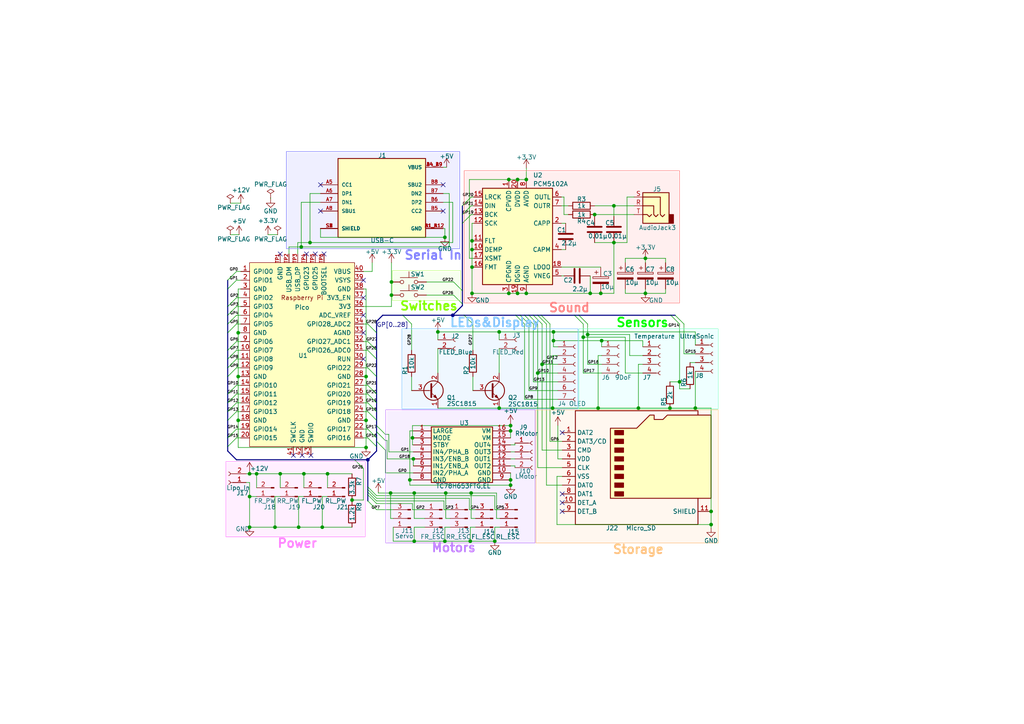
<source format=kicad_sch>
(kicad_sch (version 20230121) (generator eeschema)
  (paper "A4")
  (junction (at 173.482 118.364))
  (junction (at 74.422 137.414))
  (junction (at 206.248 148.336))
  (junction (at 155.956 108.204))
  (junction (at 187.198 85.09))
  (junction (at 86.614 152.908))
  (junction (at 152.654 85.09))
  (junction (at 160.528 98.806))
  (junction (at 120.142 156.972))
  (junction (at 136.906 69.85))
  (junction (at 118.872 139.192))
  (junction (at 171.196 85.09))
  (junction (at 144.78 96.266))
  (junction (at 194.31 118.364))
  (junction (at 178.054 59.69))
  (junction (at 150.114 85.09))
  (junction (at 131.318 91.44))
  (junction (at 106.172 129.794))
  (junction (at 150.114 52.07))
  (junction (at 69.088 96.52))
  (junction (at 172.466 62.23))
  (junction (at 106.172 109.22))
  (junction (at 174.244 85.09))
  (junction (at 102.108 145.034))
  (junction (at 185.166 118.364))
  (junction (at 169.164 97.79))
  (junction (at 69.088 121.92))
  (junction (at 113.538 81.788))
  (junction (at 136.652 143.002))
  (junction (at 81.28 137.414))
  (junction (at 136.906 85.09))
  (junction (at 129.286 143.002))
  (junction (at 197.104 110.744))
  (junction (at 178.054 70.358))
  (junction (at 148.082 124.968))
  (junction (at 79.756 152.908))
  (junction (at 94.996 137.414))
  (junction (at 129.032 68.834))
  (junction (at 136.906 72.39))
  (junction (at 69.088 109.22))
  (junction (at 136.906 77.47))
  (junction (at 174.498 98.806))
  (junction (at 136.398 156.972))
  (junction (at 120.142 143.002))
  (junction (at 201.676 118.364))
  (junction (at 129.032 156.972))
  (junction (at 93.472 152.908))
  (junction (at 148.082 123.444))
  (junction (at 113.538 85.598))
  (junction (at 87.376 71.628))
  (junction (at 170.434 97.028))
  (junction (at 148.082 139.192))
  (junction (at 106.172 121.92))
  (junction (at 160.274 118.364))
  (junction (at 119.888 133.096))
  (junction (at 72.39 152.908))
  (junction (at 144.78 118.364))
  (junction (at 113.284 143.002))
  (junction (at 89.916 70.358))
  (junction (at 147.574 52.07))
  (junction (at 187.198 74.93))
  (junction (at 72.39 137.414))
  (junction (at 143.51 156.972))
  (junction (at 106.68 133.35))
  (junction (at 206.248 152.146))
  (junction (at 119.634 127))
  (junction (at 127 96.266))
  (junction (at 157.226 105.664))
  (junction (at 147.574 85.09))
  (junction (at 88.138 137.414))
  (junction (at 160.528 96.266))
  (junction (at 148.082 140.716))
  (junction (at 72.39 144.018))
  (junction (at 152.654 52.07))
  (no_connect (at 88.9 73.66))
  (no_connect (at 163.068 125.476))
  (no_connect (at 92.964 53.594))
  (no_connect (at 105.41 96.52))
  (no_connect (at 93.98 73.66))
  (no_connect (at 105.41 81.28))
  (no_connect (at 81.28 73.66))
  (no_connect (at 128.524 61.214))
  (no_connect (at 163.068 143.256))
  (no_connect (at 87.63 132.08))
  (no_connect (at 90.17 132.08))
  (no_connect (at 92.964 61.214))
  (no_connect (at 128.524 53.594))
  (no_connect (at 91.44 73.66))
  (no_connect (at 163.068 145.796))
  (no_connect (at 85.09 132.08))
  (no_connect (at 163.068 148.336))
  (no_connect (at 105.41 104.14))
  (no_connect (at 105.41 91.44))
  (no_connect (at 105.41 86.36))
  (bus_entry (at 66.04 91.44) (size 2.54 -2.54))
  (bus_entry (at 102.87 133.35) (size 2.54 2.54))
  (bus_entry (at 134.112 64.77) (size 2.54 -2.54))
  (bus_entry (at 109.22 123.444) (size 2.54 2.54))
  (bus_entry (at 66.04 93.98) (size 2.54 -2.54))
  (bus_entry (at 109.22 127) (size -2.54 -2.54))
  (bus_entry (at 153.416 91.44) (size 2.54 2.54))
  (bus_entry (at 134.112 84.328) (size -2.54 -2.54))
  (bus_entry (at 195.834 91.44) (size 2.54 2.54))
  (bus_entry (at 150.876 91.44) (size 2.54 2.54))
  (bus_entry (at 134.112 62.23) (size 2.54 -2.54))
  (bus_entry (at 66.04 114.3) (size 2.54 -2.54))
  (bus_entry (at 109.22 116.84) (size -2.54 -2.54))
  (bus_entry (at 167.894 91.44) (size 2.54 2.54))
  (bus_entry (at 134.112 59.69) (size 2.54 -2.54))
  (bus_entry (at 109.22 125.222) (size 2.54 2.54))
  (bus_entry (at 66.04 127) (size 2.54 -2.54))
  (bus_entry (at 66.04 88.9) (size 2.54 -2.54))
  (bus_entry (at 155.956 91.44) (size 2.54 2.54))
  (bus_entry (at 109.22 101.6) (size -2.54 -2.54))
  (bus_entry (at 109.22 109.22) (size -2.54 -2.54))
  (bus_entry (at 106.68 141.986) (size 2.54 2.54))
  (bus_entry (at 106.68 142.748) (size 2.54 2.54))
  (bus_entry (at 66.04 106.68) (size 2.54 -2.54))
  (bus_entry (at 66.04 116.84) (size 2.54 -2.54))
  (bus_entry (at 66.04 121.92) (size 2.54 -2.54))
  (bus_entry (at 66.04 83.82) (size 2.54 -2.54))
  (bus_entry (at 109.22 128.016) (size 2.54 2.54))
  (bus_entry (at 152.146 91.44) (size 2.54 2.54))
  (bus_entry (at 149.606 91.44) (size 2.54 2.54))
  (bus_entry (at 109.22 121.92) (size -2.54 -2.54))
  (bus_entry (at 109.22 119.38) (size -2.54 -2.54))
  (bus_entry (at 66.04 104.14) (size 2.54 -2.54))
  (bus_entry (at 166.624 91.44) (size 2.54 2.54))
  (bus_entry (at 134.62 91.44) (size 2.54 2.54))
  (bus_entry (at 116.84 91.44) (size 2.54 2.54))
  (bus_entry (at 66.04 129.54) (size 2.54 -2.54))
  (bus_entry (at 106.68 145.288) (size 2.54 2.54))
  (bus_entry (at 194.564 91.44) (size 2.54 2.54))
  (bus_entry (at 66.04 119.38) (size 2.54 -2.54))
  (bus_entry (at 156.972 91.44) (size 2.54 2.54))
  (bus_entry (at 66.04 101.6) (size 2.54 -2.54))
  (bus_entry (at 66.04 96.52) (size 2.54 -2.54))
  (bus_entry (at 134.112 88.138) (size -2.54 -2.54))
  (bus_entry (at 106.68 143.51) (size 2.54 2.54))
  (bus_entry (at 66.04 81.28) (size 2.54 -2.54))
  (bus_entry (at 109.22 129.54) (size -2.54 -2.54))
  (bus_entry (at 109.22 96.52) (size -2.54 -2.54))
  (bus_entry (at 106.68 141.224) (size 2.54 2.54))
  (bus_entry (at 154.686 91.44) (size 2.54 2.54))
  (bus_entry (at 109.22 104.14) (size -2.54 -2.54))
  (bus_entry (at 109.22 114.3) (size -2.54 -2.54))
  (bus_entry (at 66.04 109.22) (size 2.54 -2.54))
  (wire (pts (xy 136.398 156.972) (xy 136.398 152.908)))
  (bus (pts (xy 166.624 91.44) (xy 167.894 91.44)))
  (wire (pts (xy 68.58 104.14) (xy 69.85 104.14)))
  (wire (pts (xy 136.652 143.002) (xy 136.652 150.368)))
  (wire (pts (xy 171.196 85.09) (xy 174.244 85.09)))
  (wire (pts (xy 112.776 131.064) (xy 119.888 131.064)))
  (wire (pts (xy 102.108 152.908) (xy 93.472 152.908)))
  (wire (pts (xy 157.226 130.556) (xy 163.068 130.556)))
  (wire (pts (xy 71.374 139.954) (xy 72.39 139.954)))
  (wire (pts (xy 143.51 143.764) (xy 143.51 147.828)))
  (wire (pts (xy 136.906 64.77) (xy 136.906 69.85)))
  (bus (pts (xy 66.04 116.84) (xy 66.04 119.38)))
  (wire (pts (xy 173.482 118.364) (xy 185.166 118.364)))
  (wire (pts (xy 144.78 96.266) (xy 160.528 96.266)))
  (wire (pts (xy 69.088 129.794) (xy 106.172 129.794)))
  (wire (pts (xy 119.38 109.22) (xy 119.38 113.284)))
  (wire (pts (xy 93.472 152.908) (xy 86.614 152.908)))
  (wire (pts (xy 193.04 76.2) (xy 193.04 74.93)))
  (wire (pts (xy 181.356 85.09) (xy 187.198 85.09)))
  (wire (pts (xy 160.528 96.266) (xy 201.676 96.266)))
  (wire (pts (xy 69.088 121.92) (xy 69.088 129.794)))
  (bus (pts (xy 66.04 109.22) (xy 66.04 114.3)))
  (wire (pts (xy 136.652 150.368) (xy 137.922 150.368)))
  (wire (pts (xy 159.512 93.98) (xy 159.512 128.016)))
  (wire (pts (xy 118.872 139.192) (xy 119.888 139.192)))
  (wire (pts (xy 113.538 81.788) (xy 113.538 85.598)))
  (wire (pts (xy 119.888 129.032) (xy 119.634 129.032)))
  (wire (pts (xy 181.356 83.82) (xy 181.356 85.09)))
  (wire (pts (xy 68.58 116.84) (xy 69.85 116.84)))
  (wire (pts (xy 136.652 57.15) (xy 137.414 57.15)))
  (wire (pts (xy 154.686 93.98) (xy 154.686 110.744)))
  (wire (pts (xy 129.286 143.002) (xy 129.286 150.368)))
  (wire (pts (xy 105.41 124.46) (xy 106.68 124.46)))
  (wire (pts (xy 148.082 139.192) (xy 148.082 140.716)))
  (bus (pts (xy 66.04 114.3) (xy 66.04 116.84)))
  (wire (pts (xy 144.78 98.552) (xy 144.78 96.266)))
  (wire (pts (xy 128.524 58.674) (xy 131.318 58.674)))
  (bus (pts (xy 110.998 91.44) (xy 116.84 91.44)))
  (wire (pts (xy 72.39 144.018) (xy 72.39 152.908)))
  (bus (pts (xy 66.04 106.68) (xy 66.04 109.22)))
  (wire (pts (xy 181.356 76.2) (xy 181.356 74.93)))
  (wire (pts (xy 187.198 74.93) (xy 187.198 76.2)))
  (wire (pts (xy 152.654 85.09) (xy 171.196 85.09)))
  (bus (pts (xy 109.22 101.6) (xy 109.22 104.14)))
  (wire (pts (xy 173.482 103.124) (xy 174.498 103.124)))
  (bus (pts (xy 109.22 96.52) (xy 109.22 101.6)))
  (wire (pts (xy 160.528 100.584) (xy 160.528 98.806)))
  (wire (pts (xy 201.676 107.696) (xy 201.676 118.364)))
  (wire (pts (xy 106.172 109.22) (xy 106.172 83.82)))
  (wire (pts (xy 79.756 144.018) (xy 79.756 152.908)))
  (wire (pts (xy 174.244 85.09) (xy 178.054 85.09)))
  (wire (pts (xy 181.356 97.79) (xy 181.356 108.204)))
  (wire (pts (xy 143.51 152.908) (xy 145.034 152.908)))
  (wire (pts (xy 169.164 97.79) (xy 181.356 97.79)))
  (wire (pts (xy 161.544 152.146) (xy 206.248 152.146)))
  (wire (pts (xy 197.104 112.776) (xy 200.152 112.776)))
  (wire (pts (xy 185.166 105.664) (xy 186.436 105.664)))
  (wire (pts (xy 69.088 109.22) (xy 69.088 121.92)))
  (wire (pts (xy 178.054 59.69) (xy 178.054 62.738)))
  (bus (pts (xy 66.04 129.54) (xy 66.04 130.81)))
  (wire (pts (xy 93.472 144.018) (xy 93.472 152.908)))
  (bus (pts (xy 155.956 91.44) (xy 156.972 91.44)))
  (wire (pts (xy 169.164 93.98) (xy 169.164 97.79)))
  (wire (pts (xy 109.22 145.288) (xy 128.778 145.288)))
  (wire (pts (xy 123.19 152.908) (xy 120.142 152.908)))
  (wire (pts (xy 119.888 127) (xy 119.634 127)))
  (wire (pts (xy 119.38 93.98) (xy 119.38 101.6)))
  (bus (pts (xy 109.22 130.81) (xy 109.22 129.54)))
  (wire (pts (xy 130.302 56.134) (xy 130.302 71.628)))
  (wire (pts (xy 68.58 114.3) (xy 69.85 114.3)))
  (wire (pts (xy 68.58 86.36) (xy 69.85 86.36)))
  (wire (pts (xy 74.422 141.478) (xy 74.422 137.414)))
  (wire (pts (xy 79.756 144.018) (xy 81.28 144.018)))
  (wire (pts (xy 86.614 144.018) (xy 86.614 152.908)))
  (wire (pts (xy 69.088 96.52) (xy 69.85 96.52)))
  (wire (pts (xy 128.778 147.828) (xy 130.556 147.828)))
  (wire (pts (xy 105.41 119.38) (xy 106.68 119.38)))
  (wire (pts (xy 185.166 118.364) (xy 194.31 118.364)))
  (wire (pts (xy 206.248 118.364) (xy 206.248 148.336)))
  (bus (pts (xy 167.894 91.44) (xy 194.564 91.44)))
  (wire (pts (xy 113.284 150.368) (xy 114.046 150.368)))
  (wire (pts (xy 136.144 147.828) (xy 137.922 147.828)))
  (bus (pts (xy 154.686 91.44) (xy 155.956 91.44)))
  (wire (pts (xy 160.274 103.124) (xy 161.798 103.124)))
  (wire (pts (xy 123.698 85.598) (xy 131.572 85.598)))
  (bus (pts (xy 102.87 133.35) (xy 106.68 133.35)))
  (wire (pts (xy 206.248 148.336) (xy 206.248 152.146)))
  (wire (pts (xy 129.286 143.002) (xy 136.652 143.002)))
  (wire (pts (xy 127 101.092) (xy 127 108.204)))
  (wire (pts (xy 102.108 145.034) (xy 102.108 145.288)))
  (bus (pts (xy 109.22 119.38) (xy 109.22 121.92)))
  (bus (pts (xy 66.04 88.9) (xy 66.04 91.44)))
  (wire (pts (xy 131.318 70.358) (xy 89.916 70.358)))
  (bus (pts (xy 109.22 93.218) (xy 110.998 91.44)))
  (wire (pts (xy 129.032 152.908) (xy 130.556 152.908)))
  (wire (pts (xy 170.434 93.98) (xy 170.434 97.028)))
  (wire (pts (xy 187.198 74.93) (xy 193.04 74.93)))
  (wire (pts (xy 106.172 83.82) (xy 105.41 83.82)))
  (wire (pts (xy 194.31 118.364) (xy 201.676 118.364)))
  (bus (pts (xy 66.04 93.98) (xy 66.04 96.52)))
  (wire (pts (xy 136.652 59.69) (xy 137.414 59.69)))
  (bus (pts (xy 106.68 133.35) (xy 109.22 130.81)))
  (wire (pts (xy 112.776 125.984) (xy 112.776 131.064)))
  (bus (pts (xy 153.416 91.44) (xy 154.686 91.44)))
  (bus (pts (xy 66.04 96.52) (xy 66.04 101.6)))
  (wire (pts (xy 120.142 143.002) (xy 129.286 143.002)))
  (wire (pts (xy 127 96.266) (xy 127 98.552)))
  (wire (pts (xy 160.528 100.584) (xy 161.798 100.584)))
  (wire (pts (xy 105.41 111.76) (xy 106.68 111.76)))
  (bus (pts (xy 106.68 141.986) (xy 106.68 142.748)))
  (wire (pts (xy 68.58 127) (xy 69.85 127)))
  (bus (pts (xy 68.58 133.35) (xy 102.87 133.35)))
  (wire (pts (xy 127 118.364) (xy 144.78 118.364)))
  (wire (pts (xy 153.416 113.284) (xy 161.798 113.284)))
  (wire (pts (xy 136.906 64.77) (xy 137.414 64.77)))
  (wire (pts (xy 155.956 93.98) (xy 155.956 108.204)))
  (wire (pts (xy 105.41 78.74) (xy 107.95 78.74)))
  (wire (pts (xy 128.524 56.134) (xy 130.302 56.134)))
  (wire (pts (xy 144.78 96.266) (xy 127 96.266)))
  (bus (pts (xy 109.22 109.22) (xy 109.22 104.14)))
  (wire (pts (xy 170.434 105.664) (xy 174.498 105.664)))
  (bus (pts (xy 66.04 119.38) (xy 66.04 121.92)))
  (wire (pts (xy 163.576 62.23) (xy 164.846 62.23)))
  (wire (pts (xy 69.088 109.22) (xy 69.85 109.22)))
  (bus (pts (xy 106.68 142.748) (xy 106.68 143.51)))
  (bus (pts (xy 109.22 123.444) (xy 109.22 125.222)))
  (wire (pts (xy 198.374 93.98) (xy 198.374 102.616)))
  (wire (pts (xy 136.906 77.47) (xy 137.414 77.47)))
  (bus (pts (xy 109.22 128.016) (xy 109.22 129.54)))
  (wire (pts (xy 119.634 123.444) (xy 119.634 127)))
  (wire (pts (xy 118.872 124.968) (xy 118.872 139.192)))
  (wire (pts (xy 68.58 93.98) (xy 69.85 93.98)))
  (wire (pts (xy 102.108 145.034) (xy 105.41 145.034)))
  (wire (pts (xy 118.872 124.968) (xy 119.888 124.968)))
  (wire (pts (xy 161.544 138.176) (xy 161.544 152.146)))
  (bus (pts (xy 106.68 143.51) (xy 106.68 145.288)))
  (wire (pts (xy 109.22 146.05) (xy 119.634 146.05)))
  (wire (pts (xy 148.082 137.16) (xy 148.082 139.192)))
  (wire (pts (xy 181.356 74.93) (xy 187.198 74.93)))
  (wire (pts (xy 129.032 66.294) (xy 129.032 68.834)))
  (wire (pts (xy 92.964 66.294) (xy 92.964 68.834)))
  (bus (pts (xy 150.876 91.44) (xy 152.146 91.44)))
  (wire (pts (xy 171.196 85.09) (xy 171.196 80.01)))
  (wire (pts (xy 136.144 52.07) (xy 147.574 52.07)))
  (wire (pts (xy 111.76 125.984) (xy 112.776 125.984)))
  (bus (pts (xy 109.22 119.38) (xy 109.22 116.84)))
  (wire (pts (xy 158.496 140.716) (xy 163.068 140.716)))
  (wire (pts (xy 172.466 59.69) (xy 178.054 59.69)))
  (wire (pts (xy 182.626 103.124) (xy 186.436 103.124)))
  (bus (pts (xy 109.22 114.3) (xy 109.22 116.84)))
  (wire (pts (xy 148.082 133.096) (xy 149.352 133.096)))
  (wire (pts (xy 178.054 59.69) (xy 183.896 59.69)))
  (wire (pts (xy 83.82 73.66) (xy 83.82 71.628)))
  (wire (pts (xy 68.58 119.38) (xy 69.85 119.38)))
  (wire (pts (xy 178.054 70.358) (xy 181.864 70.358)))
  (wire (pts (xy 113.538 88.9) (xy 113.538 85.598)))
  (wire (pts (xy 129.032 156.972) (xy 129.032 152.908)))
  (wire (pts (xy 186.436 100.584) (xy 186.436 98.806)))
  (wire (pts (xy 162.814 80.01) (xy 163.576 80.01)))
  (wire (pts (xy 112.268 133.096) (xy 119.888 133.096)))
  (bus (pts (xy 152.146 91.44) (xy 153.416 91.44)))
  (bus (pts (xy 66.04 130.81) (xy 68.58 133.35)))
  (bus (pts (xy 109.22 109.22) (xy 109.22 114.3)))
  (wire (pts (xy 71.374 137.414) (xy 72.39 137.414)))
  (wire (pts (xy 129.286 150.368) (xy 130.556 150.368)))
  (bus (pts (xy 156.972 91.44) (xy 166.624 91.44)))
  (wire (pts (xy 197.104 110.744) (xy 197.104 112.776)))
  (wire (pts (xy 181.864 57.15) (xy 183.896 57.15)))
  (wire (pts (xy 106.172 109.22) (xy 105.41 109.22)))
  (wire (pts (xy 120.142 152.908) (xy 120.142 156.972)))
  (wire (pts (xy 120.142 150.368) (xy 123.19 150.368)))
  (wire (pts (xy 105.41 93.98) (xy 106.68 93.98)))
  (wire (pts (xy 198.374 102.616) (xy 201.676 102.616)))
  (wire (pts (xy 111.76 137.16) (xy 119.888 137.16)))
  (wire (pts (xy 201.676 118.364) (xy 206.248 118.364)))
  (wire (pts (xy 185.166 118.364) (xy 185.166 105.664)))
  (wire (pts (xy 169.164 97.79) (xy 169.164 108.204)))
  (wire (pts (xy 127 96.012) (xy 127 96.266)))
  (wire (pts (xy 149.352 135.128) (xy 149.352 135.636)))
  (wire (pts (xy 206.248 152.146) (xy 206.248 153.162)))
  (wire (pts (xy 155.956 108.204) (xy 155.956 135.636)))
  (wire (pts (xy 186.436 98.806) (xy 174.498 98.806)))
  (wire (pts (xy 160.528 98.806) (xy 174.498 98.806)))
  (wire (pts (xy 87.376 58.674) (xy 87.376 71.628)))
  (wire (pts (xy 144.78 118.364) (xy 160.274 118.364)))
  (wire (pts (xy 162.814 57.15) (xy 163.576 57.15)))
  (wire (pts (xy 200.152 105.156) (xy 201.676 105.156)))
  (wire (pts (xy 187.198 85.09) (xy 193.04 85.09)))
  (wire (pts (xy 129.032 156.972) (xy 136.398 156.972)))
  (wire (pts (xy 68.58 111.76) (xy 69.85 111.76)))
  (wire (pts (xy 170.434 105.664) (xy 170.434 97.028)))
  (bus (pts (xy 134.112 88.138) (xy 134.112 88.646)))
  (wire (pts (xy 109.728 142.748) (xy 109.728 143.002)))
  (wire (pts (xy 150.114 85.09) (xy 152.654 85.09)))
  (wire (pts (xy 109.728 143.002) (xy 113.284 143.002)))
  (wire (pts (xy 128.778 145.288) (xy 128.778 147.828)))
  (wire (pts (xy 150.114 52.07) (xy 152.654 52.07)))
  (wire (pts (xy 162.814 64.77) (xy 164.084 64.77)))
  (wire (pts (xy 105.41 135.89) (xy 105.41 145.034)))
  (wire (pts (xy 148.082 129.032) (xy 149.352 129.032)))
  (wire (pts (xy 109.22 147.828) (xy 114.046 147.828)))
  (wire (pts (xy 88.138 141.478) (xy 88.138 137.414)))
  (wire (pts (xy 136.906 72.39) (xy 136.906 77.47)))
  (wire (pts (xy 93.472 144.018) (xy 94.996 144.018)))
  (wire (pts (xy 69.088 121.92) (xy 69.85 121.92)))
  (bus (pts (xy 109.22 93.218) (xy 109.22 96.52)))
  (wire (pts (xy 86.614 152.908) (xy 79.756 152.908)))
  (wire (pts (xy 114.046 156.972) (xy 120.142 156.972)))
  (bus (pts (xy 66.04 104.14) (xy 66.04 106.68)))
  (bus (pts (xy 66.04 81.28) (xy 66.04 83.82)))
  (wire (pts (xy 72.39 144.018) (xy 74.422 144.018)))
  (wire (pts (xy 154.686 110.744) (xy 161.798 110.744)))
  (bus (pts (xy 109.22 127) (xy 109.22 128.016)))
  (wire (pts (xy 160.528 96.266) (xy 160.528 98.806)))
  (wire (pts (xy 136.398 156.972) (xy 143.51 156.972)))
  (wire (pts (xy 119.634 123.444) (xy 148.082 123.444)))
  (wire (pts (xy 113.284 143.002) (xy 120.142 143.002)))
  (wire (pts (xy 92.964 68.834) (xy 129.032 68.834)))
  (wire (pts (xy 194.31 110.744) (xy 197.104 110.744)))
  (wire (pts (xy 162.814 72.39) (xy 164.084 72.39)))
  (wire (pts (xy 136.906 69.85) (xy 136.906 72.39)))
  (wire (pts (xy 94.996 137.414) (xy 102.108 137.414)))
  (wire (pts (xy 147.574 52.07) (xy 150.114 52.07)))
  (wire (pts (xy 187.198 83.82) (xy 187.198 85.09)))
  (wire (pts (xy 68.58 124.46) (xy 69.85 124.46)))
  (wire (pts (xy 186.436 108.204) (xy 181.356 108.204)))
  (wire (pts (xy 114.046 152.908) (xy 114.046 156.972)))
  (wire (pts (xy 169.164 108.204) (xy 174.498 108.204)))
  (bus (pts (xy 134.112 62.23) (xy 134.112 64.77)))
  (wire (pts (xy 86.36 70.358) (xy 89.916 70.358)))
  (wire (pts (xy 78.486 57.404) (xy 78.486 57.658)))
  (wire (pts (xy 112.268 133.096) (xy 112.268 127.762)))
  (wire (pts (xy 144.78 101.092) (xy 144.78 108.204)))
  (wire (pts (xy 118.872 139.192) (xy 118.872 140.716)))
  (wire (pts (xy 107.95 78.74) (xy 107.95 76.2)))
  (wire (pts (xy 68.58 81.28) (xy 69.85 81.28)))
  (wire (pts (xy 162.814 77.47) (xy 174.244 77.47)))
  (bus (pts (xy 109.22 121.92) (xy 109.22 123.444)))
  (wire (pts (xy 163.068 133.096) (xy 161.798 133.096)))
  (wire (pts (xy 163.576 57.15) (xy 163.576 62.23)))
  (wire (pts (xy 149.352 129.032) (xy 149.352 128.524)))
  (wire (pts (xy 69.088 83.82) (xy 69.088 96.52)))
  (wire (pts (xy 113.538 76.2) (xy 113.538 81.788)))
  (bus (pts (xy 66.04 127) (xy 66.04 129.54)))
  (wire (pts (xy 137.414 74.93) (xy 136.144 74.93)))
  (wire (pts (xy 68.58 78.74) (xy 69.85 78.74)))
  (wire (pts (xy 77.724 68.072) (xy 80.518 68.072)))
  (wire (pts (xy 148.082 135.128) (xy 149.352 135.128)))
  (wire (pts (xy 120.142 143.002) (xy 120.142 150.368)))
  (wire (pts (xy 105.41 114.3) (xy 106.68 114.3)))
  (bus (pts (xy 134.112 59.69) (xy 134.112 62.23)))
  (wire (pts (xy 119.634 146.05) (xy 119.634 147.828)))
  (wire (pts (xy 136.144 74.93) (xy 136.144 52.07)))
  (wire (pts (xy 88.138 137.414) (xy 81.28 137.414)))
  (wire (pts (xy 119.634 147.828) (xy 123.19 147.828)))
  (wire (pts (xy 128.524 66.294) (xy 129.032 66.294)))
  (wire (pts (xy 157.226 105.664) (xy 161.798 105.664)))
  (wire (pts (xy 178.054 70.358) (xy 178.054 85.09)))
  (wire (pts (xy 193.04 83.82) (xy 193.04 85.09)))
  (wire (pts (xy 144.018 143.002) (xy 144.018 150.368)))
  (wire (pts (xy 162.814 59.69) (xy 164.846 59.69)))
  (wire (pts (xy 172.466 62.23) (xy 172.466 62.738)))
  (wire (pts (xy 68.58 101.6) (xy 69.85 101.6)))
  (bus (pts (xy 134.62 91.44) (xy 149.606 91.44)))
  (wire (pts (xy 66.802 68.072) (xy 69.342 68.072)))
  (wire (pts (xy 136.906 77.47) (xy 136.906 85.09)))
  (wire (pts (xy 152.654 48.768) (xy 152.654 52.07)))
  (wire (pts (xy 158.496 93.98) (xy 158.496 140.716)))
  (wire (pts (xy 106.172 121.92) (xy 106.172 109.22)))
  (wire (pts (xy 81.28 137.414) (xy 81.28 141.478)))
  (wire (pts (xy 157.226 105.664) (xy 157.226 130.556)))
  (wire (pts (xy 161.544 138.176) (xy 163.068 138.176)))
  (wire (pts (xy 111.76 130.556) (xy 111.76 137.16)))
  (wire (pts (xy 109.22 143.764) (xy 143.51 143.764)))
  (wire (pts (xy 155.956 135.636) (xy 163.068 135.636)))
  (wire (pts (xy 72.39 137.414) (xy 74.422 137.414)))
  (wire (pts (xy 68.58 91.44) (xy 69.85 91.44)))
  (wire (pts (xy 68.58 99.06) (xy 69.85 99.06)))
  (wire (pts (xy 148.082 123.444) (xy 148.082 124.968)))
  (wire (pts (xy 94.996 141.478) (xy 94.996 137.414)))
  (wire (pts (xy 131.318 58.674) (xy 131.318 70.358)))
  (wire (pts (xy 120.142 156.972) (xy 129.032 156.972)))
  (wire (pts (xy 72.39 136.652) (xy 72.39 137.414)))
  (wire (pts (xy 105.41 88.9) (xy 113.538 88.9)))
  (wire (pts (xy 136.652 143.002) (xy 144.018 143.002)))
  (bus (pts (xy 134.112 64.77) (xy 134.112 84.328)))
  (wire (pts (xy 86.614 144.018) (xy 88.138 144.018)))
  (wire (pts (xy 83.82 71.628) (xy 87.376 71.628)))
  (wire (pts (xy 174.498 100.584) (xy 174.498 98.806)))
  (bus (pts (xy 106.68 133.35) (xy 106.68 141.224)))
  (wire (pts (xy 118.872 140.716) (xy 148.082 140.716)))
  (wire (pts (xy 105.41 99.06) (xy 106.68 99.06)))
  (wire (pts (xy 123.698 81.788) (xy 131.572 81.788)))
  (bus (pts (xy 66.04 101.6) (xy 66.04 104.14)))
  (wire (pts (xy 152.146 115.824) (xy 161.798 115.824)))
  (wire (pts (xy 87.376 71.628) (xy 130.302 71.628)))
  (wire (pts (xy 143.51 147.828) (xy 145.034 147.828)))
  (wire (pts (xy 113.284 143.002) (xy 113.284 150.368)))
  (bus (pts (xy 194.564 91.44) (xy 195.834 91.44)))
  (wire (pts (xy 105.41 121.92) (xy 106.172 121.92)))
  (wire (pts (xy 106.172 121.92) (xy 106.172 129.794)))
  (wire (pts (xy 153.416 93.98) (xy 153.416 113.284)))
  (wire (pts (xy 112.268 127.762) (xy 111.76 127.762)))
  (wire (pts (xy 119.634 129.032) (xy 119.634 127)))
  (bus (pts (xy 149.606 91.44) (xy 150.876 91.44)))
  (wire (pts (xy 105.41 127) (xy 106.68 127)))
  (wire (pts (xy 72.39 139.954) (xy 72.39 144.018)))
  (wire (pts (xy 66.802 58.928) (xy 69.85 58.928)))
  (wire (pts (xy 136.398 152.908) (xy 137.922 152.908)))
  (wire (pts (xy 105.41 116.84) (xy 106.68 116.84)))
  (wire (pts (xy 144.018 150.368) (xy 145.034 150.368)))
  (wire (pts (xy 197.104 93.98) (xy 197.104 110.744)))
  (bus (pts (xy 106.68 141.224) (xy 106.68 141.986)))
  (wire (pts (xy 136.144 144.526) (xy 136.144 147.828)))
  (wire (pts (xy 105.41 101.6) (xy 106.68 101.6)))
  (bus (pts (xy 131.318 91.44) (xy 134.62 91.44)))
  (wire (pts (xy 147.574 85.09) (xy 150.114 85.09)))
  (wire (pts (xy 68.58 106.68) (xy 69.85 106.68)))
  (wire (pts (xy 143.51 156.972) (xy 143.51 152.908)))
  (wire (pts (xy 170.434 97.028) (xy 182.626 97.028)))
  (wire (pts (xy 137.16 109.22) (xy 137.16 113.284)))
  (wire (pts (xy 87.376 58.674) (xy 92.964 58.674)))
  (wire (pts (xy 181.864 70.358) (xy 181.864 57.15)))
  (wire (pts (xy 69.088 96.52) (xy 69.088 109.22)))
  (wire (pts (xy 157.226 93.98) (xy 157.226 105.664)))
  (wire (pts (xy 74.422 137.414) (xy 81.28 137.414)))
  (bus (pts (xy 109.22 125.222) (xy 109.22 127)))
  (wire (pts (xy 161.798 133.096) (xy 161.798 123.444)))
  (wire (pts (xy 105.41 106.68) (xy 106.68 106.68)))
  (wire (pts (xy 86.36 73.66) (xy 86.36 70.358)))
  (wire (pts (xy 159.512 128.016) (xy 163.068 128.016)))
  (wire (pts (xy 136.906 72.39) (xy 137.414 72.39)))
  (wire (pts (xy 148.082 131.064) (xy 149.352 131.064)))
  (wire (pts (xy 109.22 144.526) (xy 136.144 144.526)))
  (bus (pts (xy 66.04 91.44) (xy 66.04 93.98)))
  (bus (pts (xy 66.04 83.82) (xy 66.04 88.9)))
  (wire (pts (xy 119.888 133.096) (xy 119.888 135.128)))
  (wire (pts (xy 160.274 118.364) (xy 173.482 118.364)))
  (wire (pts (xy 172.466 70.358) (xy 178.054 70.358)))
  (bus (pts (xy 134.112 88.646) (xy 131.318 91.44)))
  (wire (pts (xy 136.906 69.85) (xy 137.414 69.85)))
  (wire (pts (xy 69.85 83.82) (xy 69.088 83.82)))
  (wire (pts (xy 155.956 108.204) (xy 161.798 108.204)))
  (bus (pts (xy 66.04 121.92) (xy 66.04 127)))
  (wire (pts (xy 136.652 62.23) (xy 137.414 62.23)))
  (wire (pts (xy 128.524 48.514) (xy 129.54 48.514)))
  (wire (pts (xy 89.916 56.134) (xy 89.916 70.358)))
  (wire (pts (xy 182.626 97.028) (xy 182.626 103.124)))
  (wire (pts (xy 173.482 103.124) (xy 173.482 118.364)))
  (wire (pts (xy 201.676 96.266) (xy 201.676 100.076)))
  (wire (pts (xy 136.906 85.09) (xy 147.574 85.09)))
  (wire (pts (xy 148.082 124.968) (xy 148.082 127)))
  (bus (pts (xy 116.84 91.44) (xy 131.318 91.44)))
  (wire (pts (xy 152.146 93.98) (xy 152.146 115.824)))
  (bus (pts (xy 134.112 84.328) (xy 134.112 88.138)))
  (wire (pts (xy 137.16 93.98) (xy 137.16 101.6)))
  (wire (pts (xy 148.082 122.936) (xy 148.082 123.444)))
  (wire (pts (xy 160.274 103.124) (xy 160.274 118.364)))
  (wire (pts (xy 89.916 56.134) (xy 92.964 56.134)))
  (wire (pts (xy 94.996 137.414) (xy 88.138 137.414)))
  (wire (pts (xy 172.466 62.23) (xy 183.896 62.23)))
  (wire (pts (xy 68.58 88.9) (xy 69.85 88.9)))
  (wire (pts (xy 79.756 152.908) (xy 72.39 152.908)))
  (rectangle (start 65.532 133.858) (end 105.918 155.702) (stroke (width 0) (color 255 127 255 1)) (fill (type color) (color 255 239 255 1)))
  (rectangle (start 113.792 78.486) (end 133.604 87.122) (stroke (width 0) (color 191 255 127 1)) (fill (type color) (color 247 255 239 1)))
  (rectangle (start 167.894 95.377) (end 208.28 118.618) (stroke (width 0) (color 127 255 191 1)) (fill (type color) (color 239 255 255 1)))
  (rectangle (start 111.887 118.872) (end 155.194 157.48) (stroke (width 0) (color 191 127 255 1)) (fill (type color) (color 247 239 255 1)))
  (rectangle (start 134.62 49.53) (end 197.104 87.884) (stroke (width 0) (color 255 127 127 1)) (fill (type color) (color 255 239 239 1)))
  (rectangle (start 116.586 95.377) (end 167.64 118.618) (stroke (width 0) (color 127 191 255 1)) (fill (type color) (color 239 247 255 1)))
  (rectangle (start 155.448 118.872) (end 208.28 157.48) (stroke (width 0) (color 255 191 127 1)) (fill (type color) (color 255 247 239 1)))
  (rectangle (start 83.058 43.942) (end 133.35 72.136) (stroke (width 0) (color 127 127 255 1)) (fill (type color) (color 239 239 255 1)))
  (text "Sensors\n" (at 178.562 95.25 0) (effects (font (size 2.54 2.54) (thickness 0.508) bold) (justify left bottom)))
  (text "LEDs&Display" (at 130.302 95.25 0) (effects (font (size 2.54 2.54) (thickness 0.508) bold) (justify left bottom)))
  (text "Serial In" (at 117.094 75.692 0) (effects (font (size 2.54 2.54) (thickness 0.508) bold) (justify left bottom)))
  (text "Switches" (at 115.824 90.424 0) (effects (font (size 2.54 2.54) (thickness 0.508) bold) (justify left bottom)))
  (text "Motors" (at 124.968 160.528 0) (effects (font (size 2.54 2.54) (thickness 0.508) bold) (justify left bottom)))
  (text "Sound" (at 159.004 90.932 0) (effects (font (size 2.54 2.54) (thickness 0.508) bold) (justify left bottom)))
  (text "Storage" (at 177.546 161.036 0) (effects (font (size 2.54 2.54) (thickness 0.508) bold) (justify left bottom)))
  (text "Power" (at 80.264 159.258 0) (effects (font (size 2.54 2.54) (thickness 0.508) bold) (justify left bottom)))
  (label "GP16" (at 170.434 105.664 0) (effects (font (size 0.8 0.8))))
  (label "GP1" (at 69.088 81.28 180) (effects (font (size 0.8 0.8))))
  (label "GP14" (at 197.104 94.996 180) (effects (font (size 0.8 0.8))))
  (label "GP26" (at 105.41 136.144 180) (effects (font (size 0.8 0.8))))
  (label "GP15" (at 198.628 102.616 0) (effects (font (size 0.8 0.8))))
  (label "GP27" (at 106.172 99.06 0) (effects (font (size 0.8 0.8))))
  (label "GP5" (at 143.764 147.828 0) (effects (font (size 0.8 0.8))))
  (label "GP10" (at 69.215 111.76 180) (effects (font (size 0.8 0.8))))
  (label "GP12" (at 158.496 104.394 0) (effects (font (size 0.8 0.8))))
  (label "GP20" (at 106.045 114.3 0) (effects (font (size 0.8 0.8))))
  (label "GP1" (at 116.205 131.064 0) (effects (font (size 0.8 0.8))))
  (label "GP22" (at 131.572 81.788 180) (effects (font (size 0.8 0.8))))
  (label "GP6" (at 159.639 128.016 0) (effects (font (size 0.8 0.8))))
  (label "GP8" (at 152.146 115.824 0) (effects (font (size 0.8 0.8))))
  (label "GP2" (at 120.65 147.828 0) (effects (font (size 0.8 0.8))))
  (label "GP0" (at 69.088 78.74 180) (effects (font (size 0.8 0.8))))
  (label "GP13" (at 154.686 110.744 0) (effects (font (size 0.8 0.8))))
  (label "GP7" (at 69.215 101.6 180) (effects (font (size 0.8 0.8))))
  (label "GP16" (at 106.045 127 0) (effects (font (size 0.8 0.8))))
  (label "GP27" (at 137.16 100.203 90) (effects (font (size 0.8 0.8))))
  (label "GP19" (at 137.414 62.23 180) (effects (font (size 0.8 0.8))))
  (label "GP10" (at 155.956 108.204 0) (effects (font (size 0.8 0.8))))
  (label "GP8" (at 69.215 104.14 180) (effects (font (size 0.8 0.8))))
  (label "GP13" (at 69.215 119.38 180) (effects (font (size 0.8 0.8))))
  (label "GP26" (at 131.572 85.598 180) (effects (font (size 0.8 0.8))))
  (label "GP17" (at 169.164 108.204 0) (effects (font (size 0.8 0.8))))
  (label "GP[0..28]" (at 109.22 95.25 0))
  (label "GP12" (at 69.215 116.84 180) (effects (font (size 0.8 0.8))))
  (label "GP21" (at 137.414 59.69 180) (effects (font (size 0.8 0.8))))
  (label "GP14" (at 69.215 124.46 180) (effects (font (size 0.8 0.8))))
  (label "GP26" (at 106.045 101.6 0) (effects (font (size 0.8 0.8))))
  (label "GP4" (at 69.215 91.44 180) (effects (font (size 0.8 0.8))))
  (label "GP3" (at 129.032 147.828 0) (effects (font (size 0.8 0.8))))
  (label "GP22" (at 106.045 106.68 0) (effects (font (size 0.8 0.8))))
  (label "GP28" (at 106.045 93.98 0) (effects (font (size 0.8 0.8))))
  (label "GP21" (at 106.045 111.76 0) (effects (font (size 0.8 0.8))))
  (label "GP5" (at 69.215 93.98 180) (effects (font (size 0.8 0.8))))
  (label "GP9" (at 69.215 106.68 180) (effects (font (size 0.8 0.8))))
  (label "GP15" (at 69.215 127 180) (effects (font (size 0.8 0.8))))
  (label "GP19" (at 106.045 116.84 0) (effects (font (size 0.8 0.8))))
  (label "GP11" (at 157.226 105.664 0) (effects (font (size 0.8 0.8))))
  (label "GP2" (at 69.215 86.36 180) (effects (font (size 0.8 0.8))))
  (label "GP20" (at 137.414 57.15 180) (effects (font (size 0.8 0.8))))
  (label "GP17" (at 106.045 124.46 0) (effects (font (size 0.8 0.8))))
  (label "GP11" (at 69.215 114.3 180) (effects (font (size 0.8 0.8))))
  (label "GP0" (at 115.443 137.16 0) (effects (font (size 0.8 0.8))))
  (label "GP4" (at 136.398 147.828 0) (effects (font (size 0.8 0.8))))
  (label "GP7" (at 110.236 147.828 180) (effects (font (size 0.8 0.8))))
  (label "GP18" (at 106.045 119.38 0) (effects (font (size 0.8 0.8))))
  (label "GP18" (at 115.697 133.096 0) (effects (font (size 0.8 0.8))))
  (label "GP28" (at 119.38 100.203 90) (effects (font (size 0.8 0.8))))
  (label "GP3" (at 69.215 88.9 180) (effects (font (size 0.8 0.8))))
  (label "GP9" (at 153.416 113.284 0) (effects (font (size 0.8 0.8))))
  (label "GP6" (at 69.215 99.06 180) (effects (font (size 0.8 0.8))))
  (symbol (lib_id "Device:C_Polarized") (at 174.244 81.28 0) (unit 1)
    (property "Reference" "C3" (at 174.879 79.375 0) (effects (justify left)))
    (property "Value" "10µ" (at 174.244 83.185 0) (effects (justify left)))
    (property "Footprint" "Capacitor_THT:CP_Radial_D5.0mm_P2.00mm" (effects hide))
  )
  (symbol (lib_id "power:+3.3V") (at 152.654 48.768 0) (unit 1)
    (property "Reference" "#PWR04" (effects hide))
    (property "Value" "+3.3V" (at 152.654 45.593 0))
  )
  (symbol (lib_id "Connector:Conn_01x03_Pin") (at 135.636 150.368 0) (mirror y) (unit 1)
    (property "Reference" "J13" (at 132.588 153.924 0) (effects (justify right)))
    (property "Value" "RR_ESC" (at 129.286 155.702 0) (effects (justify right)))
    (property "Footprint" "Connector_PinHeader_2.54mm:PinHeader_1x03_P2.54mm_Horizontal" (effects hide))
  )
  (symbol (lib_id "power:PWR_FLAG") (at 66.802 58.928 0) (unit 1)
    (property "Reference" "#FLG04" (effects hide))
    (property "Value" "PWR_FLAG" (at 67.818 60.198 0))
  )
  (symbol (lib_id "Connector:Conn_01x02_Socket") (at 154.432 128.524 0) (unit 1)
    (property "Reference" "J9" (at 150.622 123.952 0) (effects (justify left)))
    (property "Value" "RMotor" (at 149.352 125.73 0) (effects (justify left)))
    (property "Footprint" "Connector_PinSocket_2.54mm:PinSocket_1x02_P2.54mm_Vertical" (effects hide))
  )
  (symbol (lib_id "power:PWR_FLAG") (at 80.518 68.072 0) (unit 1)
    (property "Reference" "#FLG03" (effects hide))
    (property "Value" "PWR_FLAG" (at 78.486 69.342 0))
  )
  (symbol (lib_id "power:+5V") (at 148.082 122.936 0) (unit 1)
    (property "Reference" "#PWR07" (effects hide))
    (property "Value" "+5V" (at 148.082 119.126 0))
  )
  (symbol (lib_id "Switch:SW_Push") (at 118.618 81.788 0) (unit 1)
    (property "Reference" "SW1" (at 121.158 79.502 0))
    (property "Value" "SW_Push" (effects hide))
    (property "Footprint" "SW_SKRPACE010:SW_SKRPACE010" (effects hide))
  )
  (symbol (lib_id "Device:C_Polarized") (at 181.356 80.01 0) (unit 1)
    (property "Reference" "C6" (at 181.356 78.105 0) (effects (justify left)))
    (property "Value" "10µ" (at 181.356 81.915 0) (effects (justify left)))
    (property "Footprint" "Capacitor_THT:CP_Radial_D5.0mm_P2.00mm" (effects hide))
  )
  (symbol (lib_id "power:GND") (at 78.486 57.658 0) (unit 1)
    (property "Reference" "#PWR018" (effects hide))
    (property "Value" "GND" (at 78.486 61.214 0))
  )
  (symbol (lib_id "Connector:Conn_01x02_Pin") (at 79.502 144.018 180) (unit 1)
    (property "Reference" "J18" (at 76.454 147.066 0) (effects (justify right)))
    (property "Value" "FR_PW" (at 73.66 145.288 0) (effects (justify right)))
    (property "Footprint" "Connector_AMASS:AMASS_XT60PW-F_1x02_P7.20mm_Horizontal" (effects hide))
  )
  (symbol (lib_id "power:+3.3V") (at 113.538 76.2 0) (unit 1)
    (property "Reference" "#PWR05" (effects hide))
    (property "Value" "+3.3V" (at 113.538 73.025 0))
  )
  (symbol (lib_id "Connector:Conn_01x02_Pin") (at 100.076 144.018 180) (unit 1)
    (property "Reference" "J21" (at 97.536 147.066 0) (effects (justify right)))
    (property "Value" "RL_PW" (at 94.234 145.288 0) (effects (justify right)))
    (property "Footprint" "Connector_AMASS:AMASS_XT60PW-F_1x02_P7.20mm_Horizontal" (effects hide))
  )
  (symbol (lib_id "Connector:Conn_01x02_Socket") (at 154.432 133.096 0) (unit 1)
    (property "Reference" "J10" (at 150.368 136.652 0) (effects (justify left)))
    (property "Value" "LMotor" (at 149.352 138.176 0) (effects (justify left)))
    (property "Footprint" "Connector_PinSocket_2.54mm:PinSocket_1x02_P2.54mm_Vertical" (effects hide))
  )
  (symbol (lib_id "power:GND") (at 136.906 85.09 0) (unit 1)
    (property "Reference" "#PWR08" (effects hide))
    (property "Value" "GND" (at 139.954 87.122 0))
  )
  (symbol (lib_id "Transistor_BJT:2SC1815") (at 124.46 113.284 0) (unit 1)
    (property "Reference" "Q1" (at 129.54 115.316 0) (effects (justify left)))
    (property "Value" "2SC1815" (at 129.54 117.094 0) (effects (justify left)))
    (property "Footprint" "Package_TO_SOT_THT:TO-92_Inline" (effects hide))
    (property "Datasheet" "https://media.digikey.com/pdf/Data%20Sheets/Toshiba%20PDFs/2SC1815.pdf" (effects hide))
  )
  (symbol (lib_id "power:+12V") (at 72.39 136.652 0) (unit 1)
    (property "Reference" "#PWR020" (effects hide))
    (property "Value" "+12V" (at 75.184 135.89 0))
  )
  (symbol (lib_id "power:+5V") (at 129.54 48.514 0) (unit 1)
    (property "Reference" "#PWR01" (effects hide))
    (property "Value" "+5V" (at 129.54 45.339 0))
  )
  (symbol (lib_id "power:+3.3V") (at 187.198 74.93 0) (unit 1)
    (property "Reference" "#PWR010" (effects hide))
    (property "Value" "+3.3V" (at 187.198 71.755 0))
  )
  (symbol (lib_id "Device:R") (at 200.152 108.966 0) (unit 1)
    (property "Reference" "R6" (at 198.374 112.268 90) (effects (justify left)))
    (property "Value" "1k" (at 200.152 109.982 90) (effects (justify left)))
    (property "Footprint" "Resistor_THT:R_Axial_DIN0207_L6.3mm_D2.5mm_P10.16mm_Horizontal" (effects hide))
  )
  (symbol (lib_id "Connector:Conn_01x04_Socket") (at 191.516 103.124 0) (unit 1)
    (property "Reference" "J7" (at 186.436 109.474 0) (effects (justify left)))
    (property "Value" "Temperature" (at 183.896 97.536 0) (effects (justify left)))
    (property "Footprint" "Connector_PinSocket_2.54mm:PinSocket_1x04_P2.54mm_Vertical" (effects hide))
  )
  (symbol (lib_id "Audio:PCM5102A") (at 150.114 67.31 0) (unit 1)
    (property "Reference" "U2" (at 154.6099 50.8 0) (effects (justify left)))
    (property "Value" "PCM5102A" (at 154.6099 53.34 0) (effects (justify left)))
    (property "Footprint" "PCM5102A:PCM5102A_DIP" (effects hide))
    (property "Datasheet" "https://www.ti.com/lit/ds/symlink/pcm5102a.pdf" (effects hide))
  )
  (symbol (lib_id "power:+5V") (at 107.95 76.2 0) (unit 1)
    (property "Reference" "#PWR06" (effects hide))
    (property "Value" "+5V" (at 107.95 73.025 0))
  )
  (symbol (lib_id "Device:C") (at 164.084 68.58 0) (unit 1)
    (property "Reference" "C1" (at 161.544 66.675 0) (effects (justify left)))
    (property "Value" "2.2µ" (at 162.814 70.485 0) (effects (justify left)))
    (property "Footprint" "Capacitor_THT:C_Disc_D5.1mm_W3.2mm_P5.00mm" (effects hide))
  )
  (symbol (lib_id "Device:C") (at 172.466 66.548 0) (unit 1)
    (property "Reference" "C4" (at 169.926 64.643 0) (effects (justify left)))
    (property "Value" "0.01µ" (at 170.561 68.453 0) (effects (justify left)))
    (property "Footprint" "Capacitor_THT:C_Disc_D4.3mm_W1.9mm_P5.00mm" (effects hide))
  )
  (symbol (lib_id "Connector:Conn_01x02_Pin") (at 93.218 144.018 180) (unit 1)
    (property "Reference" "J20" (at 90.678 147.066 0) (effects (justify right)))
    (property "Value" "FL_PW" (at 87.376 145.288 0) (effects (justify right)))
    (property "Footprint" "Connector_AMASS:AMASS_XT60PW-F_1x02_P7.20mm_Horizontal" (effects hide))
  )
  (symbol (lib_id "power:GND") (at 72.39 152.908 0) (unit 1)
    (property "Reference" "#PWR021" (effects hide))
    (property "Value" "GND" (at 70.358 153.416 0))
  )
  (symbol (lib_id "power:GND") (at 206.248 153.162 0) (unit 1)
    (property "Reference" "#PWR013" (effects hide))
    (property "Value" "GND" (at 206.248 156.845 0))
  )
  (symbol (lib_id "power:GND") (at 143.51 156.972 0) (unit 1)
    (property "Reference" "#PWR015" (effects hide))
    (property "Value" "GND" (at 143.51 160.274 0))
  )
  (symbol (lib_id "Device:C") (at 167.386 80.01 90) (unit 1)
    (property "Reference" "C2" (at 166.116 81.28 90) (effects (justify left)))
    (property "Value" "2.2µ" (at 170.561 83.82 90) (effects (justify left)))
    (property "Footprint" "Capacitor_THT:C_Disc_D5.1mm_W3.2mm_P5.00mm" (effects hide))
  )
  (symbol (lib_id "power:+5V") (at 161.798 123.444 0) (unit 1)
    (property "Reference" "#PWR011" (effects hide))
    (property "Value" "+5V" (at 161.798 119.634 0))
  )
  (symbol (lib_id "Connector:Conn_01x03_Pin") (at 119.126 150.368 180) (unit 1)
    (property "Reference" "J11" (at 116.332 153.924 0) (effects (justify right)))
    (property "Value" "Servo" (at 114.554 155.448 0) (effects (justify right)))
    (property "Footprint" "Connector_PinHeader_2.54mm:PinHeader_1x03_P2.54mm_Horizontal" (effects hide))
  )
  (symbol (lib_id "power:+12V") (at 69.85 58.928 0) (unit 1)
    (property "Reference" "#PWR022" (effects hide))
    (property "Value" "+12V" (at 69.85 55.118 0))
  )
  (symbol (lib_id "power:GND") (at 129.032 68.834 0) (unit 1)
    (property "Reference" "#PWR02" (effects hide))
    (property "Value" "GND" (at 129.032 72.136 0))
  )
  (symbol (lib_id "Connector:Conn_01x02_Socket") (at 132.08 98.552 0) (unit 1)
    (property "Reference" "J2" (at 130.81 97.536 0) (effects (justify left)))
    (property "Value" "FLED_Blue" (at 127.254 102.108 0) (effects (justify left)))
    (property "Footprint" "Connector_PinSocket_2.54mm:PinSocket_1x02_P2.54mm_Vertical" (effects hide))
  )
  (symbol (lib_id "Device:R") (at 194.31 114.554 0) (unit 1)
    (property "Reference" "R5" (at 192.532 117.856 90) (effects (justify left)))
    (property "Value" "2k" (at 194.31 115.824 90) (effects (justify left)))
    (property "Footprint" "Resistor_THT:R_Axial_DIN0207_L6.3mm_D2.5mm_P10.16mm_Horizontal" (effects hide))
  )
  (symbol (lib_id "TC78H653FTG_EL:TC78H653FTG,EL") (at 134.62 132.08 0) (unit 1)
    (property "Reference" "U3" (at 134.62 122.682 0))
    (property "Value" "TC78H653FTG,EL" (at 134.366 140.97 0))
    (property "Footprint" "Package_DIP:DIP-16_W7.62mm" (effects hide))
    (property "Datasheet" "https://toshiba.semicon-storage.com/info/docget.jsp?did=63589&prodName=TC78H653FTG" (effects hide))
    (property "Height" "0.9" (effects hide))
    (property "Mouser Part Number" "757-TC78H653FTGEL" (effects hide))
    (property "Mouser Price/Stock" "https://www.mouser.co.uk/ProductDetail/Toshiba/TC78H653FTGEL?qs=byeeYqUIh0PwJsIPkEQswQ%3D%3D" (effects hide))
    (property "Manufacturer_Name" "Toshiba" (effects hide))
    (property "Manufacturer_Part_Number" "TC78H653FTG,EL" (effects hide))
  )
  (symbol (lib_id "Connector:Conn_01x02_Pin") (at 86.36 144.018 180) (unit 1)
    (property "Reference" "J19" (at 83.566 147.066 0) (effects (justify right)))
    (property "Value" "RR_PW" (at 80.264 145.288 0) (effects (justify right)))
    (property "Footprint" "Connector_AMASS:AMASS_XT60PW-F_1x02_P7.20mm_Horizontal" (effects hide))
  )
  (symbol (lib_id "Device:R") (at 102.108 149.098 0) (unit 1)
    (property "Reference" "R8" (at 104.14 148.336 90) (effects (justify left)))
    (property "Value" "1.2k" (at 102.108 151.13 90) (effects (justify left)))
    (property "Footprint" "Resistor_THT:R_Axial_DIN0207_L6.3mm_D2.5mm_P10.16mm_Horizontal" (effects hide))
  )
  (symbol (lib_id "Device:C_Polarized") (at 187.198 80.01 0) (unit 1)
    (property "Reference" "C7" (at 187.198 78.105 0) (effects (justify left)))
    (property "Value" "10µ" (at 187.198 81.915 0) (effects (justify left)))
    (property "Footprint" "Capacitor_THT:CP_Radial_D5.0mm_P2.00mm" (effects hide))
  )
  (symbol (lib_id "power:GND") (at 106.172 129.794 0) (unit 1)
    (property "Reference" "#PWR019" (effects hide))
    (property "Value" "GND" (at 103.378 132.334 0))
  )
  (symbol (lib_id "Device:C_Polarized") (at 193.04 80.01 0) (unit 1)
    (property "Reference" "C8" (at 193.04 78.105 0) (effects (justify left)))
    (property "Value" "10µ" (at 193.04 81.915 0) (effects (justify left)))
    (property "Footprint" "Capacitor_THT:CP_Radial_D5.0mm_P2.00mm" (effects hide))
  )
  (symbol (lib_id "power:+3.3V") (at 77.724 68.072 0) (unit 1)
    (property "Reference" "#PWR017" (effects hide))
    (property "Value" "+3.3V" (at 77.724 64.008 0))
  )
  (symbol (lib_id "Connector:Conn_01x03_Pin") (at 128.27 150.368 0) (mirror y) (unit 1)
    (property "Reference" "J12" (at 125.222 153.924 0) (effects (justify right)))
    (property "Value" "FR_ESC" (at 121.92 155.702 0) (effects (justify right)))
    (property "Footprint" "Connector_PinHeader_2.54mm:PinHeader_1x03_P2.54mm_Horizontal" (effects hide))
  )
  (symbol (lib_id "Connector:Conn_01x04_Socket") (at 179.578 103.124 0) (unit 1)
    (property "Reference" "J6" (at 174.498 109.474 0) (effects (justify left)))
    (property "Value" "9DoF" (at 178.308 109.474 0) (effects (justify left)))
    (property "Footprint" "Connector_JST_ZH:JST_ZH_B4B-ZR_1x04_P1.50mm_Vertical" (effects hide))
  )
  (symbol (lib_id "power:+5V") (at 69.342 68.072 0) (unit 1)
    (property "Reference" "#PWR016" (effects hide))
    (property "Value" "+5V" (at 69.342 64.135 0))
  )
  (symbol (lib_id "5077CR-16SMC2-BK-TR:5077CR-16SMC2-BK-TR") (at 110.744 56.134 0) (unit 1)
    (property "Reference" "J1" (at 110.871 45.085 0))
    (property "Value" "USB-C" (at 110.871 69.723 0))
    (property "Footprint" "NELTRON_5077CR-16SMC2-BK-TR:NELTRON_5077CR-16SMC2-BK-TR" (effects hide))
    (property "PARTREV" "B" (effects hide))
    (property "SNAPEDA_PN" "5077CR-16SMC2-BK-TR" (effects hide))
    (property "STANDARD" "Manufacturer Recommendations" (effects hide))
    (property "MAXIMUM_PACKAGE_HEIGHT" "3.26mm" (effects hide))
    (property "MANUFACTURER" "Neltron" (effects hide))
  )
  (symbol (lib_id "power:GND") (at 148.082 140.716 0) (unit 1)
    (property "Reference" "#PWR023" (effects hide))
    (property "Value" "GND" (at 148.082 144.018 0))
  )
  (symbol (lib_id "power:PWR_FLAG") (at 78.486 57.404 0) (unit 1)
    (property "Reference" "#FLG01" (effects hide))
    (property "Value" "PWR_FLAG" (at 78.486 53.467 0))
  )
  (symbol (lib_id "power:PWR_FLAG") (at 66.802 68.072 0) (unit 1)
    (property "Reference" "#FLG02" (effects hide))
    (property "Value" "PWR_FLAG" (at 67.818 69.342 0))
  )
  (symbol (lib_id "Switch:SW_Push") (at 118.618 85.598 0) (unit 1)
    (property "Reference" "SW2" (at 121.158 83.312 0))
    (property "Value" "SW_Push" (effects hide))
    (property "Footprint" "SW_SKRPACE010:SW_SKRPACE010" (effects hide))
  )
  (symbol (lib_id "Device:R") (at 168.656 59.69 90) (unit 1)
    (property "Reference" "R3" (at 168.656 57.785 90))
    (property "Value" "1k" (at 168.656 59.69 90))
    (property "Footprint" "Resistor_THT:R_Axial_DIN0207_L6.3mm_D2.5mm_P10.16mm_Horizontal" (effects hide))
  )
  (symbol (lib_id "power:GND") (at 187.198 85.09 0) (unit 1)
    (property "Reference" "#PWR09" (effects hide))
    (property "Value" "GND" (at 190.246 87.122 0))
  )
  (symbol (lib_id "Device:R") (at 168.656 62.23 90) (unit 1)
    (property "Reference" "R4" (at 168.656 64.135 90))
    (property "Value" "1k" (at 168.656 62.23 90))
    (property "Footprint" "Resistor_THT:R_Axial_DIN0207_L6.3mm_D2.5mm_P10.16mm_Horizontal" (effects hide))
  )
  (symbol (lib_id "Connector:Conn_01x04_Socket") (at 206.756 102.616 0) (unit 1)
    (property "Reference" "J8" (at 201.676 108.966 0) (effects (justify left)))
    (property "Value" "UltraSonic" (at 197.104 97.536 0) (effects (justify left)))
    (property "Footprint" "Connector_PinSocket_2.54mm:PinSocket_1x04_P2.54mm_Vertical" (effects hide))
  )
  (symbol (lib_id "Transistor_BJT:2SC1815") (at 142.24 113.284 0) (unit 1)
    (property "Reference" "Q2" (at 147.32 115.316 0) (effects (justify left)))
    (property "Value" "2SC1815" (at 147.32 117.221 0) (effects (justify left)))
    (property "Footprint" "Package_TO_SOT_THT:TO-92_Inline" (effects hide))
    (property "Datasheet" "https://media.digikey.com/pdf/Data%20Sheets/Toshiba%20PDFs/2SC1815.pdf" (effects hide))
  )
  (symbol (lib_id "Connector:Micro_SD_Card_Det_Hirose_DM3AT") (at 185.928 135.636 0) (unit 1)
    (property "Reference" "J22" (at 177.546 153.162 0))
    (property "Value" "Micro_SD" (at 185.928 153.162 0))
    (property "Footprint" "Connector_Card:microSD_HC_Hirose_DM3AT-SF-PEJM5" (effects hide))
    (property "Datasheet" "https://www.hirose.com/product/en/download_file/key_name/DM3/category/Catalog/doc_file_id/49662/?file_category_id=4&item_id=195&is_series=1" (effects hide))
  )
  (symbol (lib_id "Connector:Conn_01x07_Socket") (at 166.878 108.204 0) (unit 1)
    (property "Reference" "J4" (at 161.798 117.094 0) (effects (justify left)))
    (property "Value" "OLED" (at 164.973 117.094 0) (effects (justify left)))
    (property "Footprint" "Connector_JST:JST_XH_S7B-XH-A_1x07_P2.50mm_Horizontal" (effects hide))
  )
  (symbol (lib_id "Connector:Conn_01x03_Pin") (at 150.114 150.368 180) (unit 1)
    (property "Reference" "J15" (at 147.066 154.178 0) (effects (justify right)))
    (property "Value" "RL_ESC" (at 143.764 155.702 0) (effects (justify right)))
    (property "Footprint" "Connector_PinHeader_2.54mm:PinHeader_1x03_P2.54mm_Horizontal" (effects hide))
  )
  (symbol (lib_id "Connector_Audio:AudioJack3") (at 188.976 59.69 0) (mirror y) (unit 1)
    (property "Reference" "J5" (at 189.357 54.864 0) (effects (justify right)))
    (property "Value" "AudioJack3" (at 185.293 66.04 0) (effects (justify right)))
    (property "Footprint" "Connector_Audio:Jack_3.5mm_Switronic_ST-005-G_horizontal" (effects hide))
  )
  (symbol (lib_id "Device:C") (at 178.054 66.548 0) (unit 1)
    (property "Reference" "C5" (at 175.514 64.643 0) (effects (justify left)))
    (property "Value" "0.01µ" (at 176.149 68.453 0) (effects (justify left)))
    (property "Footprint" "Capacitor_THT:C_Disc_D4.3mm_W1.9mm_P5.00mm" (effects hide))
  )
  (symbol (lib_id "Connector:Conn_01x02_Socket") (at 66.294 139.954 180) (unit 1)
    (property "Reference" "J17" (at 70.358 143.002 0))
    (property "Value" "Lipo_In" (at 69.088 141.478 0))
    (property "Footprint" "Connector_AMASS:AMASS_XT60PW-M_1x02_P7.20mm_Horizontal" (effects hide))
  )
  (symbol (lib_id "Device:R") (at 102.108 141.224 0) (unit 1)
    (property "Reference" "R7" (at 104.14 140.97 90) (effects (justify left)))
    (property "Value" "3.3k" (at 102.108 143.51 90) (effects (justify left)))
    (property "Footprint" "Resistor_THT:R_Axial_DIN0207_L6.3mm_D2.5mm_P10.16mm_Horizontal" (effects hide))
  )
  (symbol (lib_id "Device:R") (at 137.16 105.41 180) (unit 1)
    (property "Reference" "R2" (at 135.255 106.045 90) (effects (justify left)))
    (property "Value" "10k" (at 137.16 103.505 90) (effects (justify left)))
    (property "Footprint" "Resistor_THT:R_Axial_DIN0207_L6.3mm_D2.5mm_P10.16mm_Horizontal" (effects hide))
  )
  (symbol (lib_id "power:+5V") (at 109.728 142.748 0) (unit 1)
    (property "Reference" "#PWR014" (effects hide))
    (property "Value" "+5V" (at 109.728 139.446 0))
  )
  (symbol (lib_id "Device:R") (at 119.38 105.41 180) (unit 1)
    (property "Reference" "R1" (at 117.475 106.045 90) (effects (justify left)))
    (property "Value" "10k" (at 119.38 103.505 90) (effects (justify left)))
    (property "Footprint" "Resistor_THT:R_Axial_DIN0207_L6.3mm_D2.5mm_P10.16mm_Horizontal" (effects hide))
  )
  (symbol (lib_id "Connector:Conn_01x03_Pin") (at 143.002 150.368 180) (unit 1)
    (property "Reference" "J14" (at 139.954 154.178 0) (effects (justify right)))
    (property "Value" "FL_ESC" (at 136.652 155.702 0) (effects (justify right)))
    (property "Footprint" "Connector_PinHeader_2.54mm:PinHeader_1x03_P2.54mm_Horizontal" (effects hide))
  )
  (symbol (lib_id "Connector:Conn_01x02_Socket") (at 149.86 98.552 0) (unit 1)
    (property "Reference" "J3" (at 148.59 97.282 0) (effects (justify left)))
    (property "Value" "FLED_Red" (at 142.748 102.108 0) (effects (justify left)))
    (property "Footprint" "Connector_PinSocket_2.54mm:PinSocket_1x02_P2.54mm_Vertical" (effects hide))
  )
  (symbol (lib_id "power:+5V") (at 127 96.012 0) (unit 1)
    (property "Reference" "#PWR012" (effects hide))
    (property "Value" "+5V" (at 127 92.837 0))
  )
  (symbol (lib_id "RPi_Pico:Pico") (at 87.63 102.87 0) (unit 1)
    (property "Reference" "U1" (at 87.884 103.124 0))
    (property "Value" "Pico" (at 87.63 89.154 0))
    (property "Footprint" "RPi_Pico:RPi_Pico_SMD_TH" (effects hide))
  )
)
</source>
